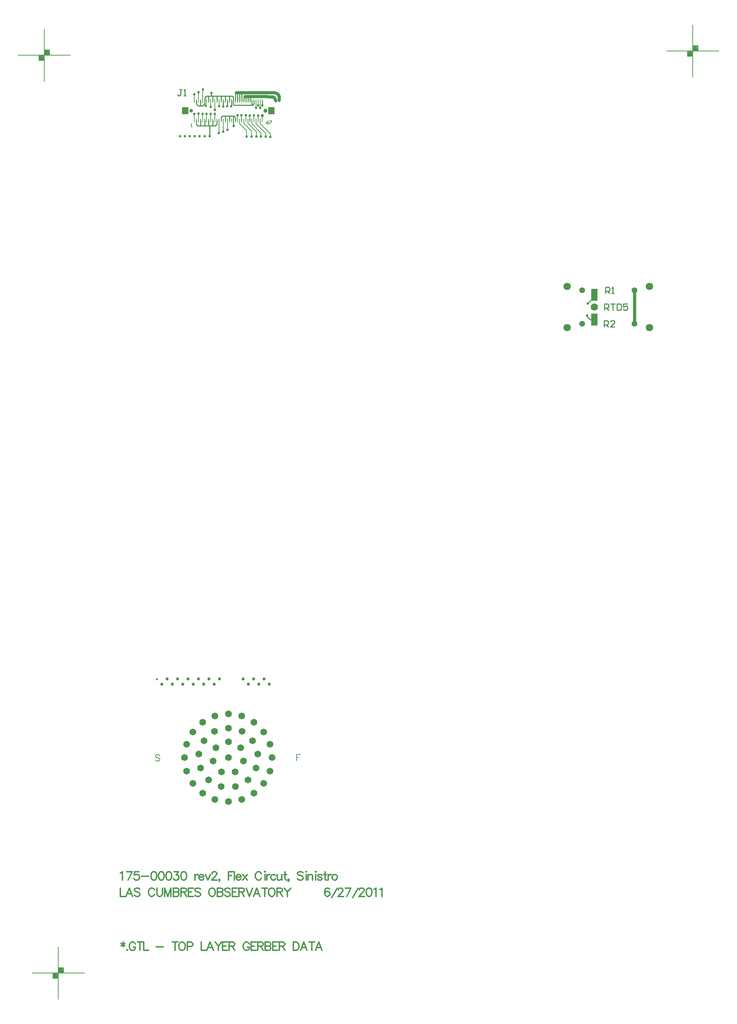
<source format=gtl>
%FSLAX23Y23*%
%MOIN*%
G70*
G01*
G75*
G04 Layer_Physical_Order=1*
G04 Layer_Color=255*
%ADD10C,0.030*%
%ADD11C,0.010*%
%ADD12R,0.059X0.118*%
%ADD13R,0.010X0.035*%
%ADD14R,0.063X0.071*%
%ADD15C,0.007*%
%ADD16C,0.008*%
%ADD17C,0.005*%
%ADD18C,0.012*%
%ADD19C,0.012*%
%ADD20C,0.012*%
%ADD21C,0.070*%
%ADD22C,0.065*%
%ADD23C,0.035*%
%ADD24C,0.039*%
%ADD25C,0.055*%
%ADD26C,0.071*%
%ADD27C,0.020*%
%ADD28C,0.030*%
%ADD29C,0.024*%
D10*
X27344Y22471D02*
X27343Y22473D01*
X27391Y22425D02*
X27390Y22435D01*
X27386Y22445D01*
X27381Y22454D01*
X27373Y22461D01*
X27365Y22467D01*
X27355Y22470D01*
X27344Y22471D01*
X27280Y22435D02*
X27282Y22433D01*
X27355Y22397D02*
X27354Y22406D01*
X27350Y22415D01*
X27344Y22423D01*
X27337Y22428D01*
X27328Y22432D01*
X27318Y22433D01*
X27132Y22473D02*
X27151D01*
X30786Y20264D02*
Y20587D01*
X26980Y22473D02*
X27011D01*
X27031D01*
X27132D01*
X27151D02*
X27343D01*
X27391Y22398D02*
Y22425D01*
X27063Y22435D02*
X27092D01*
X27111D01*
X27211D01*
X27230D01*
X27280D01*
X27282Y22433D02*
X27318D01*
D11*
X27211Y22435D02*
X27210Y22433D01*
X26813Y22085D02*
X26816Y22082D01*
X27131Y22472D02*
X27132Y22473D01*
X27151D02*
X27151Y22473D01*
X27230Y22434D02*
X27230Y22435D01*
X30334Y20337D02*
X30364Y20307D01*
X30404D01*
X30334Y20337D02*
Y20344D01*
X30404Y20524D02*
Y20543D01*
X30339Y20459D02*
X30404Y20524D01*
X26856Y22340D02*
Y22391D01*
X26855Y22339D02*
X26856Y22340D01*
X26895Y22343D02*
Y22391D01*
X26894Y22342D02*
X26895Y22343D01*
X26935Y22344D02*
Y22391D01*
X26934Y22343D02*
X26935Y22344D01*
X26974Y22466D02*
X26980Y22473D01*
X26994Y22459D01*
X26974Y22391D02*
Y22466D01*
X26994Y22391D02*
Y22459D01*
X27011Y22473D02*
X27013Y22471D01*
X27033Y22391D02*
Y22471D01*
X27013Y22391D02*
Y22471D01*
X27031Y22473D02*
X27033Y22471D01*
X27053Y22425D02*
X27063Y22435D01*
X27072Y22425D01*
X27053Y22391D02*
Y22425D01*
X27072Y22391D02*
Y22425D01*
X27092Y22434D02*
X27092Y22435D01*
X27112Y22391D02*
Y22434D01*
X27092Y22391D02*
Y22434D01*
X27111Y22435D02*
X27112Y22434D01*
X27230Y22350D02*
X27230Y22349D01*
X27230Y22350D02*
Y22391D01*
X26600Y22170D02*
Y22204D01*
Y22170D02*
X26614Y22155D01*
X26781D02*
X26797Y22171D01*
Y22204D01*
X26757Y22158D02*
Y22204D01*
X26718Y22156D02*
Y22204D01*
X26679Y22161D02*
Y22204D01*
X26639Y22158D02*
Y22204D01*
X26726Y22057D02*
Y22155D01*
X26614Y22155D02*
X26726D01*
X26781D01*
X26726Y22155D02*
X26726Y22155D01*
X26836Y22204D02*
Y22235D01*
X26850Y22249D01*
X26876Y22204D02*
Y22249D01*
X26915Y22204D02*
Y22249D01*
X26954Y22204D02*
Y22245D01*
X26850Y22249D02*
X26958D01*
X26974Y22234D01*
X26954Y22154D02*
Y22204D01*
Y22154D02*
X26955Y22153D01*
X26974Y22204D02*
Y22234D01*
X26954Y22355D02*
X26958Y22351D01*
X26954Y22355D02*
Y22391D01*
X27131Y22356D02*
Y22391D01*
X26958Y22351D02*
X27136D01*
X27151Y22367D01*
Y22391D01*
X26954D02*
Y22429D01*
X26944Y22439D02*
X26954Y22429D01*
X26679Y22421D02*
X26697Y22439D01*
X26679Y22391D02*
Y22421D01*
X26600Y22364D02*
Y22391D01*
Y22364D02*
X26616Y22347D01*
X26660D02*
X26679Y22366D01*
Y22391D01*
X26639Y22353D02*
Y22391D01*
X26616Y22347D02*
X26660D01*
X26718Y22391D02*
Y22438D01*
X26757Y22391D02*
Y22437D01*
X26797Y22391D02*
Y22438D01*
X26836Y22391D02*
Y22438D01*
X26876Y22391D02*
Y22439D01*
X26915Y22391D02*
Y22439D01*
X26743Y22469D02*
X26744Y22468D01*
X26697Y22439D02*
X26744D01*
X26944D01*
X26744D02*
Y22468D01*
X30500Y20396D02*
Y20456D01*
X30530D01*
X30540Y20446D01*
Y20426D01*
X30530Y20416D01*
X30500D01*
X30520D02*
X30540Y20396D01*
X30560Y20456D02*
X30600D01*
X30580D01*
Y20396D01*
X30620Y20456D02*
Y20396D01*
X30650D01*
X30660Y20406D01*
Y20446D01*
X30650Y20456D01*
X30620D01*
X30720D02*
X30680D01*
Y20426D01*
X30700Y20436D01*
X30710D01*
X30720Y20426D01*
Y20406D01*
X30710Y20396D01*
X30690D01*
X30680Y20406D01*
X26459Y22503D02*
X26439D01*
X26449D01*
Y22453D01*
X26439Y22443D01*
X26429D01*
X26419Y22453D01*
X26479Y22443D02*
X26499D01*
X26489D01*
Y22503D01*
X26479Y22493D01*
X30495Y20236D02*
Y20296D01*
X30525D01*
X30535Y20286D01*
Y20266D01*
X30525Y20256D01*
X30495D01*
X30515D02*
X30535Y20236D01*
X30595D02*
X30555D01*
X30595Y20276D01*
Y20286D01*
X30585Y20296D01*
X30565D01*
X30555Y20286D01*
X30509Y20557D02*
Y20617D01*
X30539D01*
X30549Y20607D01*
Y20587D01*
X30539Y20577D01*
X30509D01*
X30529D02*
X30549Y20557D01*
X30569D02*
X30589D01*
X30579D01*
Y20617D01*
X30569Y20607D01*
D12*
X30404Y20543D02*
D03*
Y20307D02*
D03*
D13*
X27171Y22204D02*
D03*
X27191D02*
D03*
X27210D02*
D03*
X27230D02*
D03*
X26580Y22391D02*
D03*
X26600D02*
D03*
X26620D02*
D03*
X26639D02*
D03*
X26659D02*
D03*
X26679D02*
D03*
X26698D02*
D03*
X26718D02*
D03*
X26738D02*
D03*
X26757D02*
D03*
X26777D02*
D03*
X26797D02*
D03*
X26817D02*
D03*
X26836D02*
D03*
X26856D02*
D03*
X26876D02*
D03*
X26895D02*
D03*
X26915D02*
D03*
X26935D02*
D03*
X26954D02*
D03*
X26974D02*
D03*
X26994D02*
D03*
X27013D02*
D03*
X27033D02*
D03*
X27053D02*
D03*
X27072D02*
D03*
X27092D02*
D03*
X27112D02*
D03*
X27131D02*
D03*
X27151D02*
D03*
X27171D02*
D03*
X27191D02*
D03*
X27210D02*
D03*
X27230D02*
D03*
X26580Y22204D02*
D03*
X26600D02*
D03*
X26620D02*
D03*
X26639D02*
D03*
X26659D02*
D03*
X26679D02*
D03*
X26698D02*
D03*
X26718D02*
D03*
X26738D02*
D03*
X26757D02*
D03*
X26777D02*
D03*
X26797D02*
D03*
X26817D02*
D03*
X26836D02*
D03*
X26856D02*
D03*
X26876D02*
D03*
X26895D02*
D03*
X26915D02*
D03*
X26935D02*
D03*
X26954D02*
D03*
X26974D02*
D03*
X26994D02*
D03*
X27013D02*
D03*
X27033D02*
D03*
X27053D02*
D03*
X27072D02*
D03*
X27092D02*
D03*
X27112D02*
D03*
X27131D02*
D03*
X27151D02*
D03*
D14*
X27318Y22298D02*
D03*
X26492D02*
D03*
D15*
X26816Y22082D02*
Y22204D01*
X26895Y22116D02*
Y22204D01*
Y22116D02*
X26895Y22116D01*
X26855Y22099D02*
Y22204D01*
X26856Y22204D01*
X26816Y22204D02*
X26817Y22204D01*
X26816Y22391D02*
X26817Y22391D01*
X26816Y22341D02*
Y22391D01*
X26776Y22391D02*
X26777Y22391D01*
X26776Y22306D02*
Y22391D01*
X26737Y22391D02*
X26738Y22391D01*
X26737Y22335D02*
Y22391D01*
X26698Y22391D02*
X26698Y22391D01*
X26698Y22354D02*
Y22391D01*
X26691Y22347D02*
X26698Y22354D01*
X26659Y22499D02*
X26662Y22502D01*
X26659Y22391D02*
Y22499D01*
X26620Y22391D02*
X26621Y22393D01*
Y22475D01*
X26580Y22391D02*
Y22455D01*
X26579Y22456D02*
X26580Y22455D01*
X26777Y22204D02*
Y22269D01*
X26738Y22204D02*
Y22270D01*
X26698Y22204D02*
Y22268D01*
X26659Y22204D02*
Y22269D01*
X26620Y22249D02*
Y22272D01*
Y22249D02*
X26620Y22248D01*
Y22205D02*
Y22248D01*
X26620Y22204D02*
X26620Y22205D01*
X26579Y22269D02*
X26579Y22269D01*
Y22205D02*
Y22269D01*
Y22205D02*
X26580Y22204D01*
X27210Y22328D02*
X27210Y22327D01*
X27210Y22328D02*
Y22391D01*
X27210Y22391D01*
X27189Y22349D02*
Y22390D01*
X27191Y22391D01*
X27169Y22328D02*
X27170Y22326D01*
X27169Y22328D02*
Y22389D01*
X27171Y22391D01*
X27210Y22174D02*
Y22204D01*
Y22174D02*
X27305Y22079D01*
Y22050D02*
Y22079D01*
X27171Y22175D02*
Y22204D01*
Y22175D02*
X27262Y22083D01*
Y22051D02*
Y22083D01*
X27131Y22174D02*
Y22204D01*
Y22174D02*
X27218Y22087D01*
Y22051D02*
Y22087D01*
X27092Y22180D02*
Y22204D01*
Y22180D02*
X27173Y22098D01*
Y22051D02*
Y22098D01*
X27053Y22180D02*
Y22204D01*
Y22180D02*
X27126Y22106D01*
Y22052D02*
Y22106D01*
X27013Y22177D02*
Y22204D01*
Y22177D02*
X27080Y22110D01*
Y22052D02*
Y22110D01*
X27190Y22251D02*
X27191Y22251D01*
Y22204D02*
Y22251D01*
X27111Y22205D02*
Y22253D01*
Y22205D02*
X27112Y22204D01*
X27031Y22206D02*
Y22254D01*
Y22206D02*
X27033Y22204D01*
X27230Y22205D02*
Y22253D01*
X27230Y22204D02*
X27230Y22205D01*
X27150Y22254D02*
X27151Y22254D01*
Y22204D02*
Y22254D01*
X27072Y22205D02*
Y22257D01*
Y22205D02*
X27072Y22204D01*
X26993Y22205D02*
Y22255D01*
Y22205D02*
X26994Y22204D01*
D16*
X26251Y16143D02*
X26241Y16153D01*
X26221D01*
X26211Y16143D01*
Y16133D01*
X26221Y16123D01*
X26241D01*
X26251Y16113D01*
Y16103D01*
X26241Y16093D01*
X26221D01*
X26211Y16103D01*
X27598Y16155D02*
X27558D01*
Y16125D01*
X27578D01*
X27558D01*
Y16095D01*
X31094Y22868D02*
X31594D01*
X31344Y22618D02*
Y23118D01*
X31394Y22868D02*
Y22918D01*
X31344D02*
X31394D01*
X31294Y22818D02*
Y22868D01*
Y22818D02*
X31344D01*
X31299Y22863D02*
X31339D01*
X31299Y22823D02*
Y22863D01*
Y22823D02*
X31339D01*
Y22863D01*
X31304Y22858D02*
X31334D01*
X31304Y22828D02*
Y22858D01*
Y22828D02*
X31334D01*
Y22853D01*
X31309D02*
X31329D01*
X31309Y22833D02*
Y22853D01*
Y22833D02*
X31329D01*
Y22848D01*
X31314D02*
X31324D01*
X31314Y22838D02*
Y22848D01*
Y22838D02*
X31324D01*
Y22848D01*
X31314Y22843D02*
X31324D01*
X31349Y22913D02*
X31389D01*
X31349Y22873D02*
Y22913D01*
Y22873D02*
X31389D01*
Y22913D01*
X31354Y22908D02*
X31384D01*
X31354Y22878D02*
Y22908D01*
Y22878D02*
X31384D01*
Y22903D01*
X31359D02*
X31379D01*
X31359Y22883D02*
Y22903D01*
Y22883D02*
X31379D01*
Y22898D01*
X31364D02*
X31374D01*
X31364Y22888D02*
Y22898D01*
Y22888D02*
X31374D01*
Y22898D01*
X31364Y22893D02*
X31374D01*
X24895Y22828D02*
X25395D01*
X25145Y22578D02*
Y23078D01*
X25195Y22828D02*
Y22878D01*
X25145D02*
X25195D01*
X25095Y22778D02*
Y22828D01*
Y22778D02*
X25145D01*
X25100Y22823D02*
X25140D01*
X25100Y22783D02*
Y22823D01*
Y22783D02*
X25140D01*
Y22823D01*
X25105Y22818D02*
X25135D01*
X25105Y22788D02*
Y22818D01*
Y22788D02*
X25135D01*
Y22813D01*
X25110D02*
X25130D01*
X25110Y22793D02*
Y22813D01*
Y22793D02*
X25130D01*
Y22808D01*
X25115D02*
X25125D01*
X25115Y22798D02*
Y22808D01*
Y22798D02*
X25125D01*
Y22808D01*
X25115Y22803D02*
X25125D01*
X25150Y22873D02*
X25190D01*
X25150Y22833D02*
Y22873D01*
Y22833D02*
X25190D01*
Y22873D01*
X25155Y22868D02*
X25185D01*
X25155Y22838D02*
Y22868D01*
Y22838D02*
X25185D01*
Y22863D01*
X25160D02*
X25180D01*
X25160Y22843D02*
Y22863D01*
Y22843D02*
X25180D01*
Y22858D01*
X25165D02*
X25175D01*
X25165Y22848D02*
Y22858D01*
Y22848D02*
X25175D01*
Y22858D01*
X25165Y22853D02*
X25175D01*
X25030Y14069D02*
X25530D01*
X25280Y13819D02*
Y14319D01*
X25330Y14069D02*
Y14119D01*
X25280D02*
X25330D01*
X25230Y14019D02*
Y14069D01*
Y14019D02*
X25280D01*
X25235Y14064D02*
X25275D01*
X25235Y14024D02*
Y14064D01*
Y14024D02*
X25275D01*
Y14064D01*
X25240Y14059D02*
X25270D01*
X25240Y14029D02*
Y14059D01*
Y14029D02*
X25270D01*
Y14054D01*
X25245D02*
X25265D01*
X25245Y14034D02*
Y14054D01*
Y14034D02*
X25265D01*
Y14049D01*
X25250D02*
X25260D01*
X25250Y14039D02*
Y14049D01*
Y14039D02*
X25260D01*
Y14049D01*
X25250Y14044D02*
X25260D01*
X25285Y14114D02*
X25325D01*
X25285Y14074D02*
Y14114D01*
Y14074D02*
X25325D01*
Y14114D01*
X25290Y14109D02*
X25320D01*
X25290Y14079D02*
Y14109D01*
Y14079D02*
X25320D01*
Y14104D01*
X25295D02*
X25315D01*
X25295Y14084D02*
Y14104D01*
Y14084D02*
X25315D01*
Y14099D01*
X25300D02*
X25310D01*
X25300Y14089D02*
Y14099D01*
Y14089D02*
X25310D01*
Y14099D01*
X25300Y14094D02*
X25310D01*
D17*
X27290Y22201D02*
X27280Y22196D01*
X27270Y22186D01*
Y22176D01*
X27275Y22171D01*
X27285D01*
X27290Y22176D01*
Y22181D01*
X27285Y22186D01*
X27270D01*
X27300Y22201D02*
X27320D01*
Y22196D01*
X27300Y22176D01*
Y22171D01*
X26549Y22145D02*
X26559D01*
X26554D01*
Y22175D01*
X26549Y22170D01*
D18*
X25899Y14364D02*
Y14318D01*
X25880Y14353D02*
X25918Y14330D01*
Y14353D02*
X25880Y14330D01*
X25938Y14292D02*
X25934Y14288D01*
X25938Y14284D01*
X25942Y14288D01*
X25938Y14292D01*
X26016Y14345D02*
X26012Y14353D01*
X26005Y14360D01*
X25997Y14364D01*
X25982D01*
X25974Y14360D01*
X25967Y14353D01*
X25963Y14345D01*
X25959Y14334D01*
Y14315D01*
X25963Y14303D01*
X25967Y14296D01*
X25974Y14288D01*
X25982Y14284D01*
X25997D01*
X26005Y14288D01*
X26012Y14296D01*
X26016Y14303D01*
Y14315D01*
X25997D02*
X26016D01*
X26061Y14364D02*
Y14284D01*
X26035Y14364D02*
X26088D01*
X26097D02*
Y14284D01*
X26143D01*
X26215Y14318D02*
X26283D01*
X26396Y14364D02*
Y14284D01*
X26370Y14364D02*
X26423D01*
X26455D02*
X26448Y14360D01*
X26440Y14353D01*
X26436Y14345D01*
X26433Y14334D01*
Y14315D01*
X26436Y14303D01*
X26440Y14296D01*
X26448Y14288D01*
X26455Y14284D01*
X26471D01*
X26478Y14288D01*
X26486Y14296D01*
X26490Y14303D01*
X26493Y14315D01*
Y14334D01*
X26490Y14345D01*
X26486Y14353D01*
X26478Y14360D01*
X26471Y14364D01*
X26455D01*
X26512Y14322D02*
X26546D01*
X26558Y14326D01*
X26562Y14330D01*
X26565Y14337D01*
Y14349D01*
X26562Y14356D01*
X26558Y14360D01*
X26546Y14364D01*
X26512D01*
Y14284D01*
X26646Y14364D02*
Y14284D01*
X26692D01*
X26762D02*
X26731Y14364D01*
X26701Y14284D01*
X26712Y14311D02*
X26750D01*
X26780Y14364D02*
X26811Y14326D01*
Y14284D01*
X26841Y14364D02*
X26811Y14326D01*
X26901Y14364D02*
X26851D01*
Y14284D01*
X26901D01*
X26851Y14326D02*
X26882D01*
X26914Y14364D02*
Y14284D01*
Y14364D02*
X26949D01*
X26960Y14360D01*
X26964Y14356D01*
X26968Y14349D01*
Y14341D01*
X26964Y14334D01*
X26960Y14330D01*
X26949Y14326D01*
X26914D01*
X26941D02*
X26968Y14284D01*
X27106Y14345D02*
X27102Y14353D01*
X27094Y14360D01*
X27086Y14364D01*
X27071D01*
X27064Y14360D01*
X27056Y14353D01*
X27052Y14345D01*
X27048Y14334D01*
Y14315D01*
X27052Y14303D01*
X27056Y14296D01*
X27064Y14288D01*
X27071Y14284D01*
X27086D01*
X27094Y14288D01*
X27102Y14296D01*
X27106Y14303D01*
Y14315D01*
X27086D02*
X27106D01*
X27173Y14364D02*
X27124D01*
Y14284D01*
X27173D01*
X27124Y14326D02*
X27154D01*
X27187Y14364D02*
Y14284D01*
Y14364D02*
X27221D01*
X27232Y14360D01*
X27236Y14356D01*
X27240Y14349D01*
Y14341D01*
X27236Y14334D01*
X27232Y14330D01*
X27221Y14326D01*
X27187D01*
X27213D02*
X27240Y14284D01*
X27258Y14364D02*
Y14284D01*
Y14364D02*
X27292D01*
X27304Y14360D01*
X27307Y14356D01*
X27311Y14349D01*
Y14341D01*
X27307Y14334D01*
X27304Y14330D01*
X27292Y14326D01*
X27258D02*
X27292D01*
X27304Y14322D01*
X27307Y14318D01*
X27311Y14311D01*
Y14299D01*
X27307Y14292D01*
X27304Y14288D01*
X27292Y14284D01*
X27258D01*
X27379Y14364D02*
X27329D01*
Y14284D01*
X27379D01*
X27329Y14326D02*
X27360D01*
X27392Y14364D02*
Y14284D01*
Y14364D02*
X27426D01*
X27438Y14360D01*
X27441Y14356D01*
X27445Y14349D01*
Y14341D01*
X27441Y14334D01*
X27438Y14330D01*
X27426Y14326D01*
X27392D01*
X27419D02*
X27445Y14284D01*
X27526Y14364D02*
Y14284D01*
Y14364D02*
X27553D01*
X27564Y14360D01*
X27572Y14353D01*
X27576Y14345D01*
X27579Y14334D01*
Y14315D01*
X27576Y14303D01*
X27572Y14296D01*
X27564Y14288D01*
X27553Y14284D01*
X27526D01*
X27658D02*
X27628Y14364D01*
X27597Y14284D01*
X27609Y14311D02*
X27647D01*
X27703Y14364D02*
Y14284D01*
X27677Y14364D02*
X27730D01*
X27801Y14284D02*
X27770Y14364D01*
X27740Y14284D01*
X27751Y14311D02*
X27789D01*
D19*
X25874Y14880D02*
Y14800D01*
X25920D01*
X25989D02*
X25959Y14880D01*
X25928Y14800D01*
X25940Y14827D02*
X25978D01*
X26061Y14868D02*
X26054Y14876D01*
X26042Y14880D01*
X26027D01*
X26016Y14876D01*
X26008Y14868D01*
Y14861D01*
X26012Y14853D01*
X26016Y14849D01*
X26023Y14846D01*
X26046Y14838D01*
X26054Y14834D01*
X26057Y14830D01*
X26061Y14823D01*
Y14811D01*
X26054Y14804D01*
X26042Y14800D01*
X26027D01*
X26016Y14804D01*
X26008Y14811D01*
X26199Y14861D02*
X26195Y14868D01*
X26188Y14876D01*
X26180Y14880D01*
X26165D01*
X26157Y14876D01*
X26150Y14868D01*
X26146Y14861D01*
X26142Y14849D01*
Y14830D01*
X26146Y14819D01*
X26150Y14811D01*
X26157Y14804D01*
X26165Y14800D01*
X26180D01*
X26188Y14804D01*
X26195Y14811D01*
X26199Y14819D01*
X26222Y14880D02*
Y14823D01*
X26225Y14811D01*
X26233Y14804D01*
X26244Y14800D01*
X26252D01*
X26264Y14804D01*
X26271Y14811D01*
X26275Y14823D01*
Y14880D01*
X26297D02*
Y14800D01*
Y14880D02*
X26327Y14800D01*
X26358Y14880D02*
X26327Y14800D01*
X26358Y14880D02*
Y14800D01*
X26381Y14880D02*
Y14800D01*
Y14880D02*
X26415D01*
X26427Y14876D01*
X26430Y14872D01*
X26434Y14865D01*
Y14857D01*
X26430Y14849D01*
X26427Y14846D01*
X26415Y14842D01*
X26381D02*
X26415D01*
X26427Y14838D01*
X26430Y14834D01*
X26434Y14827D01*
Y14815D01*
X26430Y14808D01*
X26427Y14804D01*
X26415Y14800D01*
X26381D01*
X26452Y14880D02*
Y14800D01*
Y14880D02*
X26486D01*
X26498Y14876D01*
X26502Y14872D01*
X26505Y14865D01*
Y14857D01*
X26502Y14849D01*
X26498Y14846D01*
X26486Y14842D01*
X26452D01*
X26479D02*
X26505Y14800D01*
X26573Y14880D02*
X26523D01*
Y14800D01*
X26573D01*
X26523Y14842D02*
X26554D01*
X26639Y14868D02*
X26632Y14876D01*
X26620Y14880D01*
X26605D01*
X26594Y14876D01*
X26586Y14868D01*
Y14861D01*
X26590Y14853D01*
X26594Y14849D01*
X26601Y14846D01*
X26624Y14838D01*
X26632Y14834D01*
X26636Y14830D01*
X26639Y14823D01*
Y14811D01*
X26632Y14804D01*
X26620Y14800D01*
X26605D01*
X26594Y14804D01*
X26586Y14811D01*
X26743Y14880D02*
X26735Y14876D01*
X26728Y14868D01*
X26724Y14861D01*
X26720Y14849D01*
Y14830D01*
X26724Y14819D01*
X26728Y14811D01*
X26735Y14804D01*
X26743Y14800D01*
X26758D01*
X26766Y14804D01*
X26773Y14811D01*
X26777Y14819D01*
X26781Y14830D01*
Y14849D01*
X26777Y14861D01*
X26773Y14868D01*
X26766Y14876D01*
X26758Y14880D01*
X26743D01*
X26800D02*
Y14800D01*
Y14880D02*
X26834D01*
X26845Y14876D01*
X26849Y14872D01*
X26853Y14865D01*
Y14857D01*
X26849Y14849D01*
X26845Y14846D01*
X26834Y14842D01*
X26800D02*
X26834D01*
X26845Y14838D01*
X26849Y14834D01*
X26853Y14827D01*
Y14815D01*
X26849Y14808D01*
X26845Y14804D01*
X26834Y14800D01*
X26800D01*
X26924Y14868D02*
X26917Y14876D01*
X26905Y14880D01*
X26890D01*
X26879Y14876D01*
X26871Y14868D01*
Y14861D01*
X26875Y14853D01*
X26879Y14849D01*
X26886Y14846D01*
X26909Y14838D01*
X26917Y14834D01*
X26921Y14830D01*
X26924Y14823D01*
Y14811D01*
X26917Y14804D01*
X26905Y14800D01*
X26890D01*
X26879Y14804D01*
X26871Y14811D01*
X26992Y14880D02*
X26942D01*
Y14800D01*
X26992D01*
X26942Y14842D02*
X26973D01*
X27005Y14880D02*
Y14800D01*
Y14880D02*
X27039D01*
X27051Y14876D01*
X27055Y14872D01*
X27058Y14865D01*
Y14857D01*
X27055Y14849D01*
X27051Y14846D01*
X27039Y14842D01*
X27005D01*
X27032D02*
X27058Y14800D01*
X27076Y14880D02*
X27107Y14800D01*
X27137Y14880D02*
X27107Y14800D01*
X27208D02*
X27178Y14880D01*
X27148Y14800D01*
X27159Y14827D02*
X27197D01*
X27254Y14880D02*
Y14800D01*
X27227Y14880D02*
X27280D01*
X27313D02*
X27305Y14876D01*
X27298Y14868D01*
X27294Y14861D01*
X27290Y14849D01*
Y14830D01*
X27294Y14819D01*
X27298Y14811D01*
X27305Y14804D01*
X27313Y14800D01*
X27328D01*
X27336Y14804D01*
X27343Y14811D01*
X27347Y14819D01*
X27351Y14830D01*
Y14849D01*
X27347Y14861D01*
X27343Y14868D01*
X27336Y14876D01*
X27328Y14880D01*
X27313D01*
X27370D02*
Y14800D01*
Y14880D02*
X27404D01*
X27415Y14876D01*
X27419Y14872D01*
X27423Y14865D01*
Y14857D01*
X27419Y14849D01*
X27415Y14846D01*
X27404Y14842D01*
X27370D01*
X27396D02*
X27423Y14800D01*
X27441Y14880D02*
X27471Y14842D01*
Y14800D01*
X27502Y14880D02*
X27471Y14842D01*
X27872Y14868D02*
X27868Y14876D01*
X27857Y14880D01*
X27849D01*
X27838Y14876D01*
X27830Y14865D01*
X27826Y14846D01*
Y14827D01*
X27830Y14811D01*
X27838Y14804D01*
X27849Y14800D01*
X27853D01*
X27864Y14804D01*
X27872Y14811D01*
X27876Y14823D01*
Y14827D01*
X27872Y14838D01*
X27864Y14846D01*
X27853Y14849D01*
X27849D01*
X27838Y14846D01*
X27830Y14838D01*
X27826Y14827D01*
X27893Y14788D02*
X27947Y14880D01*
X27956Y14861D02*
Y14865D01*
X27960Y14872D01*
X27963Y14876D01*
X27971Y14880D01*
X27986D01*
X27994Y14876D01*
X27998Y14872D01*
X28001Y14865D01*
Y14857D01*
X27998Y14849D01*
X27990Y14838D01*
X27952Y14800D01*
X28005D01*
X28076Y14880D02*
X28038Y14800D01*
X28023Y14880D02*
X28076D01*
X28094Y14788D02*
X28148Y14880D01*
X28157Y14861D02*
Y14865D01*
X28161Y14872D01*
X28164Y14876D01*
X28172Y14880D01*
X28187D01*
X28195Y14876D01*
X28199Y14872D01*
X28203Y14865D01*
Y14857D01*
X28199Y14849D01*
X28191Y14838D01*
X28153Y14800D01*
X28206D01*
X28247Y14880D02*
X28236Y14876D01*
X28228Y14865D01*
X28224Y14846D01*
Y14834D01*
X28228Y14815D01*
X28236Y14804D01*
X28247Y14800D01*
X28255D01*
X28266Y14804D01*
X28274Y14815D01*
X28278Y14834D01*
Y14846D01*
X28274Y14865D01*
X28266Y14876D01*
X28255Y14880D01*
X28247D01*
X28295Y14865D02*
X28303Y14868D01*
X28315Y14880D01*
Y14800D01*
X28354Y14865D02*
X28362Y14868D01*
X28373Y14880D01*
Y14800D01*
D20*
X25874Y15021D02*
X25881Y15025D01*
X25893Y15036D01*
Y14956D01*
X25986Y15036D02*
X25948Y14956D01*
X25933Y15036D02*
X25986D01*
X26049D02*
X26011D01*
X26008Y15002D01*
X26011Y15006D01*
X26023Y15010D01*
X26034D01*
X26046Y15006D01*
X26053Y14998D01*
X26057Y14987D01*
Y14979D01*
X26053Y14968D01*
X26046Y14960D01*
X26034Y14956D01*
X26023D01*
X26011Y14960D01*
X26008Y14964D01*
X26004Y14971D01*
X26075Y14991D02*
X26144D01*
X26190Y15036D02*
X26179Y15032D01*
X26171Y15021D01*
X26167Y15002D01*
Y14991D01*
X26171Y14971D01*
X26179Y14960D01*
X26190Y14956D01*
X26198D01*
X26209Y14960D01*
X26217Y14971D01*
X26220Y14991D01*
Y15002D01*
X26217Y15021D01*
X26209Y15032D01*
X26198Y15036D01*
X26190D01*
X26261D02*
X26250Y15032D01*
X26242Y15021D01*
X26238Y15002D01*
Y14991D01*
X26242Y14971D01*
X26250Y14960D01*
X26261Y14956D01*
X26269D01*
X26280Y14960D01*
X26288Y14971D01*
X26292Y14991D01*
Y15002D01*
X26288Y15021D01*
X26280Y15032D01*
X26269Y15036D01*
X26261D01*
X26332D02*
X26321Y15032D01*
X26313Y15021D01*
X26310Y15002D01*
Y14991D01*
X26313Y14971D01*
X26321Y14960D01*
X26332Y14956D01*
X26340D01*
X26351Y14960D01*
X26359Y14971D01*
X26363Y14991D01*
Y15002D01*
X26359Y15021D01*
X26351Y15032D01*
X26340Y15036D01*
X26332D01*
X26388D02*
X26430D01*
X26407Y15006D01*
X26419D01*
X26427Y15002D01*
X26430Y14998D01*
X26434Y14987D01*
Y14979D01*
X26430Y14968D01*
X26423Y14960D01*
X26411Y14956D01*
X26400D01*
X26388Y14960D01*
X26385Y14964D01*
X26381Y14971D01*
X26475Y15036D02*
X26463Y15032D01*
X26456Y15021D01*
X26452Y15002D01*
Y14991D01*
X26456Y14971D01*
X26463Y14960D01*
X26475Y14956D01*
X26483D01*
X26494Y14960D01*
X26502Y14971D01*
X26505Y14991D01*
Y15002D01*
X26502Y15021D01*
X26494Y15032D01*
X26483Y15036D01*
X26475D01*
X26586Y15010D02*
Y14956D01*
Y14987D02*
X26590Y14998D01*
X26598Y15006D01*
X26605Y15010D01*
X26617D01*
X26624Y14987D02*
X26670D01*
Y14994D01*
X26666Y15002D01*
X26662Y15006D01*
X26654Y15010D01*
X26643D01*
X26635Y15006D01*
X26628Y14998D01*
X26624Y14987D01*
Y14979D01*
X26628Y14968D01*
X26635Y14960D01*
X26643Y14956D01*
X26654D01*
X26662Y14960D01*
X26670Y14968D01*
X26687Y15010D02*
X26710Y14956D01*
X26732Y15010D02*
X26710Y14956D01*
X26749Y15017D02*
Y15021D01*
X26753Y15029D01*
X26757Y15032D01*
X26764Y15036D01*
X26780D01*
X26787Y15032D01*
X26791Y15029D01*
X26795Y15021D01*
Y15013D01*
X26791Y15006D01*
X26783Y14994D01*
X26745Y14956D01*
X26799D01*
X26824Y14960D02*
X26820Y14956D01*
X26817Y14960D01*
X26820Y14964D01*
X26824Y14960D01*
Y14952D01*
X26820Y14945D01*
X26817Y14941D01*
X26905Y15036D02*
Y14956D01*
Y15036D02*
X26954D01*
X26905Y14998D02*
X26935D01*
X26963Y15036D02*
Y14956D01*
X26980Y14987D02*
X27026D01*
Y14994D01*
X27022Y15002D01*
X27018Y15006D01*
X27010Y15010D01*
X26999D01*
X26991Y15006D01*
X26984Y14998D01*
X26980Y14987D01*
Y14979D01*
X26984Y14968D01*
X26991Y14960D01*
X26999Y14956D01*
X27010D01*
X27018Y14960D01*
X27026Y14968D01*
X27043Y15010D02*
X27085Y14956D01*
Y15010D02*
X27043Y14956D01*
X27221Y15017D02*
X27218Y15025D01*
X27210Y15032D01*
X27202Y15036D01*
X27187D01*
X27179Y15032D01*
X27172Y15025D01*
X27168Y15017D01*
X27164Y15006D01*
Y14987D01*
X27168Y14975D01*
X27172Y14968D01*
X27179Y14960D01*
X27187Y14956D01*
X27202D01*
X27210Y14960D01*
X27218Y14968D01*
X27221Y14975D01*
X27251Y15036D02*
X27255Y15032D01*
X27259Y15036D01*
X27255Y15040D01*
X27251Y15036D01*
X27255Y15010D02*
Y14956D01*
X27273Y15010D02*
Y14956D01*
Y14987D02*
X27277Y14998D01*
X27285Y15006D01*
X27292Y15010D01*
X27304D01*
X27357Y14998D02*
X27349Y15006D01*
X27341Y15010D01*
X27330D01*
X27322Y15006D01*
X27315Y14998D01*
X27311Y14987D01*
Y14979D01*
X27315Y14968D01*
X27322Y14960D01*
X27330Y14956D01*
X27341D01*
X27349Y14960D01*
X27357Y14968D01*
X27374Y15010D02*
Y14971D01*
X27378Y14960D01*
X27385Y14956D01*
X27397D01*
X27404Y14960D01*
X27416Y14971D01*
Y15010D02*
Y14956D01*
X27448Y15036D02*
Y14971D01*
X27452Y14960D01*
X27459Y14956D01*
X27467D01*
X27437Y15010D02*
X27463D01*
X27486Y14960D02*
X27482Y14956D01*
X27478Y14960D01*
X27482Y14964D01*
X27486Y14960D01*
Y14952D01*
X27482Y14945D01*
X27478Y14941D01*
X27620Y15025D02*
X27612Y15032D01*
X27601Y15036D01*
X27586D01*
X27574Y15032D01*
X27566Y15025D01*
Y15017D01*
X27570Y15010D01*
X27574Y15006D01*
X27582Y15002D01*
X27605Y14994D01*
X27612Y14991D01*
X27616Y14987D01*
X27620Y14979D01*
Y14968D01*
X27612Y14960D01*
X27601Y14956D01*
X27586D01*
X27574Y14960D01*
X27566Y14968D01*
X27645Y15036D02*
X27649Y15032D01*
X27653Y15036D01*
X27649Y15040D01*
X27645Y15036D01*
X27649Y15010D02*
Y14956D01*
X27667Y15010D02*
Y14956D01*
Y14994D02*
X27678Y15006D01*
X27686Y15010D01*
X27697D01*
X27705Y15006D01*
X27709Y14994D01*
Y14956D01*
X27737Y15036D02*
X27741Y15032D01*
X27745Y15036D01*
X27741Y15040D01*
X27737Y15036D01*
X27741Y15010D02*
Y14956D01*
X27801Y14998D02*
X27797Y15006D01*
X27786Y15010D01*
X27774D01*
X27763Y15006D01*
X27759Y14998D01*
X27763Y14991D01*
X27771Y14987D01*
X27790Y14983D01*
X27797Y14979D01*
X27801Y14971D01*
Y14968D01*
X27797Y14960D01*
X27786Y14956D01*
X27774D01*
X27763Y14960D01*
X27759Y14968D01*
X27829Y15036D02*
Y14971D01*
X27833Y14960D01*
X27841Y14956D01*
X27848D01*
X27818Y15010D02*
X27844D01*
X27860D02*
Y14956D01*
Y14987D02*
X27864Y14998D01*
X27871Y15006D01*
X27879Y15010D01*
X27890D01*
X27916D02*
X27909Y15006D01*
X27901Y14998D01*
X27897Y14987D01*
Y14979D01*
X27901Y14968D01*
X27909Y14960D01*
X27916Y14956D01*
X27928D01*
X27936Y14960D01*
X27943Y14968D01*
X27947Y14979D01*
Y14987D01*
X27943Y14998D01*
X27936Y15006D01*
X27928Y15010D01*
X27916D01*
D21*
X30404Y20425D02*
D03*
D22*
X27303Y15995D02*
D03*
X27323Y16124D02*
D03*
X27303Y16253D02*
D03*
X27243Y16370D02*
D03*
X26905Y16124D02*
D03*
Y16274D02*
D03*
X26788Y16218D02*
D03*
X26759Y16091D02*
D03*
X26840Y15989D02*
D03*
X26970Y15989D02*
D03*
X27051Y16091D02*
D03*
X27022Y16218D02*
D03*
X26905Y16407D02*
D03*
X26774Y16375D02*
D03*
X26672Y16285D02*
D03*
X26624Y16158D02*
D03*
X26640Y16024D02*
D03*
X26717Y15912D02*
D03*
X26837Y15849D02*
D03*
X26973Y15849D02*
D03*
X27093Y15912D02*
D03*
X27170Y16024D02*
D03*
X27186Y16158D02*
D03*
X27138Y16285D02*
D03*
X27037Y16375D02*
D03*
X26905Y16542D02*
D03*
X26776Y16522D02*
D03*
X26659Y16462D02*
D03*
X26567Y16370D02*
D03*
X26508Y16253D02*
D03*
X26487Y16124D02*
D03*
X26508Y15995D02*
D03*
X26567Y15878D02*
D03*
X26659Y15786D02*
D03*
X26776Y15727D02*
D03*
X26905Y15706D02*
D03*
X27034Y15727D02*
D03*
X27151Y15786D02*
D03*
X27243Y15878D02*
D03*
X27151Y16462D02*
D03*
X27034Y16522D02*
D03*
D23*
X26551Y22298D02*
D03*
D24*
X27259D02*
D03*
D25*
X30786Y20264D02*
D03*
X30286D02*
D03*
X30786Y20587D02*
D03*
X30286D02*
D03*
D26*
X30142Y20623D02*
D03*
Y20229D02*
D03*
X30930Y20228D02*
D03*
Y20622D02*
D03*
D27*
X26224Y16873D02*
D03*
D28*
X26720Y16874D02*
D03*
X26770Y16824D02*
D03*
X26270D02*
D03*
X26370D02*
D03*
X27295D02*
D03*
X27195D02*
D03*
X27095D02*
D03*
X27245Y16874D02*
D03*
X27145D02*
D03*
X27045D02*
D03*
X26470Y16824D02*
D03*
X26570D02*
D03*
X26670D02*
D03*
X26320Y16874D02*
D03*
X26420D02*
D03*
X26520D02*
D03*
X26620D02*
D03*
X26820D02*
D03*
X27391Y22398D02*
D03*
X27355Y22397D02*
D03*
X27230Y22253D02*
D03*
D29*
X26679Y22057D02*
D03*
X26895Y22116D02*
D03*
X26855Y22099D02*
D03*
X26813Y22085D02*
D03*
X26816Y22341D02*
D03*
X26776Y22306D02*
D03*
X26737Y22335D02*
D03*
X26691Y22347D02*
D03*
X26662Y22502D02*
D03*
X26621Y22475D02*
D03*
X26579Y22456D02*
D03*
X26777Y22269D02*
D03*
X26738Y22270D02*
D03*
X26698Y22268D02*
D03*
X26659Y22269D02*
D03*
X26620Y22272D02*
D03*
X26579Y22269D02*
D03*
X26726Y22057D02*
D03*
X26631D02*
D03*
X26584Y22057D02*
D03*
X26537D02*
D03*
X26490Y22057D02*
D03*
X26442D02*
D03*
X30334Y20344D02*
D03*
X30339Y20459D02*
D03*
X27305Y22050D02*
D03*
X27262Y22051D02*
D03*
X27218D02*
D03*
X27173D02*
D03*
X27126Y22052D02*
D03*
X27080D02*
D03*
X26855Y22339D02*
D03*
X26894Y22342D02*
D03*
X26934Y22343D02*
D03*
X27230Y22349D02*
D03*
X27210Y22327D02*
D03*
X27189Y22349D02*
D03*
X27170Y22326D02*
D03*
X27190Y22251D02*
D03*
X27111Y22253D02*
D03*
X27031Y22254D02*
D03*
X27150D02*
D03*
X27072Y22257D02*
D03*
X26993Y22255D02*
D03*
X26955Y22153D02*
D03*
X26743Y22469D02*
D03*
M02*

</source>
